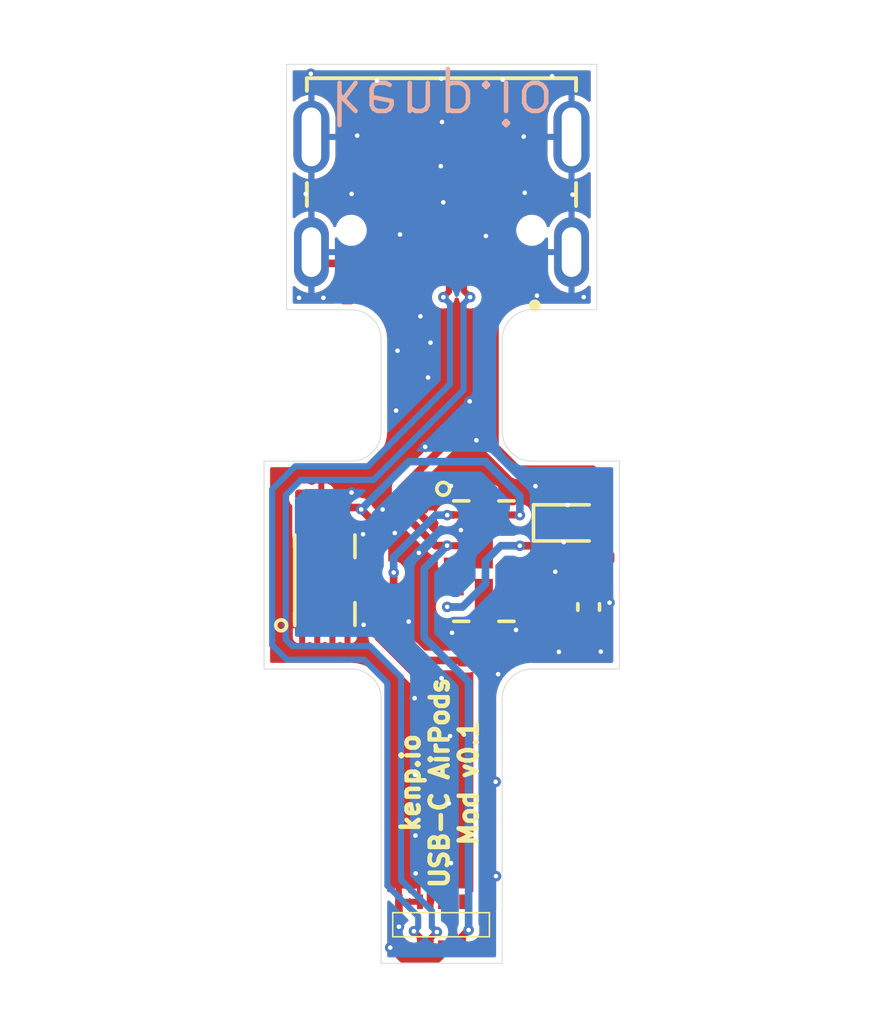
<source format=kicad_pcb>
(kicad_pcb (version 20211014) (generator pcbnew)
  (layers (0 "F.Cu" signal) (31 "B.Cu" signal) (34 "B.Paste" user) (35 "F.Paste" user) (36 "B.SilkS" user "B.Silkscreen") (37 "F.SilkS" user "F.Silkscreen") (38 "B.Mask" user) (39 "F.Mask" user) (44 "Edge.Cuts" user))
  (net 0 "")
  (net 1 "Net-(C1-Pad2)")
  (net 2 "GND")
  (net 3 "Net-(C2-Pad1)")
  (net 4 "VCC")
  (net 5 "CC")
  (net 6 "Net-(CC3-Pad1)")
  (net 7 "D-")
  (net 8 "D+")
  (net 9 "/PWR")
  (net 10 "Net-(R2-Pad1)")
  (net 11 "Net-(R3-Pad2)")
  (net 16 "Net-(U1-Pad14)")
  (footprint "Capacitor_SMD:C_0201_0603Metric" (layer "F.Cu") (at 151.384 95.377 180)
    (fp_text reference "C1" hide)
    (fp_text value "1 uF")
    (pad "1" smd roundrect (at -0.32 0 180) (size 0.46 0.4) (layers "F.Cu" "F.Mask") (net 2 "GND"))
    (pad "2" smd roundrect (at 0.32 0 180) (size 0.46 0.4) (layers "F.Cu" "F.Mask") (net 1 "Net-(C1-Pad2)"))
  )
  (footprint "Capacitor_SMD:C_0201_0603Metric" (layer "F.Cu") (at 142.69163 95.615433)
    (fp_text reference "C2" hide)
    (fp_text value "10 nF")
    (pad "1" smd roundrect (at -0.32 0) (size 0.46 0.4) (layers "F.Cu" "F.Mask") (net 3 "Net-(C2-Pad1)"))
    (pad "2" smd roundrect (at 0.32 0) (size 0.46 0.4) (layers "F.Cu" "F.Mask") (net 2 "GND"))
  )
  (footprint "Capacitor_SMD:C_0402_1005Metric" (layer "F.Cu") (at 151.892 99.314 90)
    (fp_text reference "C3" hide)
    (fp_text value "330 nF")
    (fp_line (start -0.107836 -0.36) (end 0.107836 -0.36) (layer "F.SilkS") (width 0.12))
    (fp_line (start -0.107836 0.36) (end 0.107836 0.36) (layer "F.SilkS") (width 0.12))
    (pad "1" smd roundrect (at -0.48 0 90) (size 0.56 0.62) (layers "F.Cu" "F.Paste" "F.Mask") (net 2 "GND"))
    (pad "2" smd roundrect (at 0.48 0 90) (size 0.56 0.62) (layers "F.Cu" "F.Paste" "F.Mask") (net 4 "VCC"))
  )
  (footprint "Diode_SMD:D_SOD-523" (layer "F.Cu") (at 151.209391 96.522046)
    (fp_text reference "D1" hide)
    (fp_text value "D")
    (fp_line (start 0.7 0.6) (end -1.15 0.6) (layer "F.SilkS") (width 0.12))
    (fp_line (start 0.7 -0.6) (end -1.15 -0.6) (layer "F.SilkS") (width 0.12))
    (fp_line (start -1.15 -0.6) (end -1.15 0.6) (layer "F.SilkS") (width 0.12))
    (pad "1" smd rect (at -0.7 0 180) (size 0.6 0.7) (layers "F.Cu" "F.Paste" "F.Mask") (net 1 "Net-(C1-Pad2)"))
    (pad "2" smd rect (at 0.7 0 180) (size 0.6 0.7) (layers "F.Cu" "F.Paste" "F.Mask") (net 2 "GND"))
  )
  (footprint "Resistor_SMD:R_0201_0603Metric" (layer "F.Cu") (at 150.749 99.134639 90)
    (fp_text reference "R1" hide)
    (fp_text value "150")
    (pad "1" smd roundrect (at -0.32 0 90) (size 0.46 0.4) (layers "F.Cu" "F.Mask") (net 9 "/PWR"))
    (pad "2" smd roundrect (at 0.32 0 90) (size 0.46 0.4) (layers "F.Cu" "F.Mask") (net 4 "VCC"))
  )
  (footprint "Resistor_SMD:R_0201_0603Metric" (layer "F.Cu") (at 152.196883 97.677584)
    (fp_text reference "R2" hide)
    (fp_text value "100k")
    (pad "1" smd roundrect (at -0.32 0) (size 0.46 0.4) (layers "F.Cu" "F.Mask") (net 10 "Net-(R2-Pad1)"))
    (pad "2" smd roundrect (at 0.32 0) (size 0.46 0.4) (layers "F.Cu" "F.Mask") (net 4 "VCC"))
  )
  (footprint "Resistor_SMD:R_0201_0603Metric" (layer "F.Cu") (at 148.082 101.092 180)
    (fp_text reference "R3" hide)
    (fp_text value "1k")
    (pad "1" smd roundrect (at -0.32 0 180) (size 0.46 0.4) (layers "F.Cu" "F.Mask") (net 9 "/PWR"))
    (pad "2" smd roundrect (at 0.32 0 180) (size 0.46 0.4) (layers "F.Cu" "F.Mask") (net 11 "Net-(R3-Pad2)"))
  )
  (footprint "Resistor_SMD:R_0201_0603Metric" (layer "F.Cu") (at 146.003091 96.012)
    (fp_text reference "R4" hide)
    (fp_text value "5.1k")
    (pad "1" smd roundrect (at -0.32 0) (size 0.46 0.4) (layers "F.Cu" "F.Mask") (net 5 "CC"))
    (pad "2" smd roundrect (at 0.32 0) (size 0.46 0.4) (layers "F.Cu" "F.Mask") (net 2 "GND"))
  )
  (footprint "Resistor_SMD:R_0201_0603Metric" (layer "F.Cu") (at 144.1958 89.0651)
    (fp_text reference "R5" hide)
    (fp_text value "5.1k")
    (pad "1" smd roundrect (at -0.32 0) (size 0.46 0.4) (layers "F.Cu" "F.Mask") (net 2 "GND"))
    (pad "2" smd roundrect (at 0.32 0) (size 0.46 0.4) (layers "F.Cu" "F.Mask") (net 6 "Net-(CC3-Pad1)"))
  )
  (footprint "flosspods_1_2_flex:AS3616Afake" (layer "F.Cu") (at 148.410914 97.791982 90)
    (fp_text reference "U1" hide)
    (fp_text value "AS3616Afake")
    (fp_line (start -2 0.5) (end -2 1) (layer "F.SilkS") (width 0.12))
    (fp_line (start 2 -1) (end 2 -0.5) (layer "F.SilkS") (width 0.12))
    (fp_line (start 2 0.5) (end 2 1) (layer "F.SilkS") (width 0.12))
    (fp_line (start -2 -1) (end -2 -0.5) (layer "F.SilkS") (width 0.12))
    (fp_circle (center 2.4 -1.35) (end 2.55 -1.2) (layer "F.SilkS") (width 0.12) (fill none))
    (pad "1" smd rect (at 1.533 -1 90) (size 0.235 0.66) (layers "F.Cu" "F.Paste" "F.Mask") (net 11 "Net-(R3-Pad2)"))
    (pad "2" smd rect (at 1.022 -1 90) (size 0.235 0.66) (layers "F.Cu" "F.Paste" "F.Mask") (net 2 "GND"))
    (pad "3" smd rect (at 0.511 -1 90) (size 0.235 0.66) (layers "F.Cu" "F.Paste" "F.Mask") (net 5 "CC"))
    (pad "4" smd rect (at 0 -1 90) (size 0.235 0.66) (layers "F.Cu" "F.Paste" "F.Mask"))
    (pad "5" smd rect (at -0.511 -1 90) (size 0.235 0.66) (layers "F.Cu" "F.Paste" "F.Mask"))
    (pad "6" smd rect (at -1.022 -1 90) (size 0.235 0.66) (layers "F.Cu" "F.Paste" "F.Mask"))
    (pad "7" smd rect (at -1.533 -1 90) (size 0.235 0.66) (layers "F.Cu" "F.Paste" "F.Mask") (net 10 "Net-(R2-Pad1)"))
    (pad "8" smd rect (at -1.533 1 90) (size 0.235 0.66) (layers "F.Cu" "F.Paste" "F.Mask") (net 4 "VCC"))
    (pad "9" smd rect (at -1.022 1 90) (size 0.235 0.66) (layers "F.Cu" "F.Paste" "F.Mask") (net 4 "VCC"))
    (pad "10" smd rect (at -0.511 1 90) (size 0.235 0.66) (layers "F.Cu" "F.Paste" "F.Mask") (net 4 "VCC"))
    (pad "11" smd rect (at 0 1 90) (size 0.235 0.66) (layers "F.Cu" "F.Paste" "F.Mask"))
    (pad "12" smd rect (at 0.511 1 90) (size 0.235 0.66) (layers "F.Cu" "F.Paste" "F.Mask") (net 10 "Net-(R2-Pad1)"))
    (pad "13" smd rect (at 1.022 1 90) (size 0.235 0.66) (layers "F.Cu" "F.Paste" "F.Mask") (net 1 "Net-(C1-Pad2)"))
    (pad "14" smd rect (at 1.533 1 90) (size 0.235 0.66) (layers "F.Cu" "F.Paste" "F.Mask") (net 16 "Net-(U1-Pad14)"))
    (pad "F1" smd rect (at 1.048 0 90) (size 2.584 0.6) (layers "F.Cu" "F.Paste" "F.Mask"))
    (pad "F2" smd rect (at -1.465 0 90) (size 1.75 0.6) (layers "F.Cu" "F.Paste" "F.Mask") (net 9 "/PWR"))
  )
  (footprint "flosspods_1_2_flex:flosspods_1_2_LightningMainBoard" (layer "F.Cu") (at 146.9898 109.8677 180)
    (fp_text reference "U2" hide)
    (fp_text value "flosspods_1_2_LightningMainBoard")
    (fp_line (start -1.605 0.4) (end -1.605 -0.4) (layer "F.SilkS") (width 0.05))
    (fp_line (start 1.605 0.4) (end -1.605 0.4) (layer "F.SilkS") (width 0.05))
    (fp_line (start 1.605 0.4) (end 1.605 -0.4) (layer "F.SilkS") (width 0.05))
    (fp_line (start 1.605 -0.4) (end -1.605 -0.4) (layer "F.SilkS") (width 0.05))
    (pad "1" smd rect (at -1.4 0.762 180) (size 0.25 0.485) (layers "F.Cu" "F.Paste" "F.Mask") (net 9 "/PWR"))
    (pad "2" smd rect (at -0.7 0.762) (size 0.2 0.485) (layers "F.Cu" "F.Paste" "F.Mask"))
    (pad "3" smd rect (at -0.35 0.762 180) (size 0.2 0.485) (layers "F.Cu" "F.Paste" "F.Mask") (net 2 "GND"))
    (pad "4" smd rect (at 0 0.762 180) (size 0.2 0.485) (layers "F.Cu" "F.Paste" "F.Mask") (net 2 "GND"))
    (pad "5" smd rect (at 0.35 0.762 180) (size 0.2 0.485) (layers "F.Cu" "F.Paste" "F.Mask") (net 16 "Net-(U1-Pad14)"))
    (pad "6" smd rect (at 0.7 0.762 180) (size 0.2 0.485) (layers "F.Cu" "F.Paste" "F.Mask") (net 2 "GND"))
    (pad "7" smd rect (at 1.4 0.762 180) (size 0.25 0.485) (layers "F.Cu" "F.Paste" "F.Mask") (net 2 "GND"))
    (pad "8" smd rect (at 1.4 -0.762 180) (size 0.25 0.485) (layers "F.Cu" "F.Paste" "F.Mask") (net 2 "GND"))
    (pad "9" smd rect (at 0.7 -0.762 180) (size 0.2 0.485) (layers "F.Cu" "F.Paste" "F.Mask") (net 8 "D+"))
    (pad "10" smd rect (at 0.35 -0.762 180) (size 0.2 0.485) (layers "F.Cu" "F.Paste" "F.Mask") (net 7 "D-"))
    (pad "11" smd rect (at 0 -0.762 180) (size 0.2 0.485) (layers "F.Cu" "F.Paste" "F.Mask") (net 2 "GND"))
    (pad "12" smd rect (at -0.35 -0.762 180) (size 0.2 0.485) (layers "F.Cu" "F.Paste" "F.Mask"))
    (pad "13" smd rect (at -0.7 -0.762 180) (size 0.2 0.485) (layers "F.Cu" "F.Paste" "F.Mask") (net 5 "CC"))
    (pad "14" smd rect (at -1.4 -0.762 180) (size 0.25 0.485) (layers "F.Cu" "F.Paste" "F.Mask") (net 9 "/PWR"))
  )
  (footprint "flosspods_1_2_flex:PD006" (layer "F.Cu") (at 143.129 98.425 90)
    (fp_text reference "U3" hide)
    (fp_text value "PD006")
    (fp_line (start -1.5 1) (end -0.75 1) (layer "F.SilkS") (width 0.12))
    (fp_line (start -1.5 -1) (end 1.5 -1) (layer "F.SilkS") (width 0.12))
    (fp_line (start 0.75 1) (end 1.5 1) (layer "F.SilkS") (width 0.12))
    (fp_circle (center -1.5 -1.45) (end -1.35 -1.35) (layer "F.SilkS") (width 0.12) (fill none))
    (pad "1" smd rect (at -1.5 -0.753 90) (size 0.78 0.22) (layers "F.Cu" "F.Paste" "F.Mask") (net 2 "GND"))
    (pad "2" smd rect (at -1.5 -0.251 90) (size 0.78 0.22) (layers "F.Cu" "F.Paste" "F.Mask") (net 2 "GND"))
    (pad "3" smd rect (at -1.5 0.252 90) (size 0.78 0.22) (layers "F.Cu" "F.Paste" "F.Mask") (net 2 "GND"))
    (pad "4" smd rect (at -1.5 0.753 90) (size 0.78 0.22) (layers "F.Cu" "F.Paste" "F.Mask") (net 2 "GND"))
    (pad "5" smd rect (at 1.5 0.753 90) (size 0.78 0.22) (layers "F.Cu" "F.Paste" "F.Mask") (net 2 "GND"))
    (pad "6" smd rect (at 1.5 0.251 90) (size 0.78 0.22) (layers "F.Cu" "F.Paste" "F.Mask") (net 16 "Net-(U1-Pad14)"))
    (pad "7" smd rect (at 1.5 -0.251 90) (size 0.78 0.22) (layers "F.Cu" "F.Paste" "F.Mask"))
    (pad "8" smd rect (at 1.5 -0.753 90) (size 0.78 0.22) (layers "F.Cu" "F.Paste" "F.Mask") (net 3 "Net-(C2-Pad1)"))
    (pad "F1" smd rect (at 0 0.3 90) (size 0.7 2.1) (layers "F.Cu" "F.Paste" "F.Mask"))
  )
  (footprint "flosspods_1_2_flex:JAE_DX07S016JA1R1500" (layer "F.Cu") (at 147.0025 86.8045 180)
    (fp_text reference "U4" hide)
    (fp_text value "JAE_DX07S016JA1R1500")
    (fp_line (start 4.47 4.63) (end 4.47 5.05) (layer "F.SilkS") (width 0.127))
    (fp_line (start 4.47 0.805) (end 4.47 1.57) (layer "F.SilkS") (width 0.127))
    (fp_line (start -4.47 5.05) (end -4.47 4.63) (layer "F.SilkS") (width 0.127))
    (fp_line (start 4.47 5.05) (end -4.47 5.05) (layer "F.SilkS") (width 0.127))
    (fp_line (start -4.47 0.805) (end -4.47 1.57) (layer "F.SilkS") (width 0.127))
    (fp_circle (center -3.1 -2.5) (end -3 -2.5) (layer "F.SilkS") (width 0.2) (fill none))
    (pad "" np_thru_hole circle (at 3 0 180) (size 0.63 0.63) (drill 0.63) (layers *.Cu *.Mask))
    (pad "" np_thru_hole circle (at -3 0 180) (size 0.63 0.63) (drill 0.63) (layers *.Cu *.Mask))
    (pad "1" smd rect (at -3.1 -1.1 180) (size 0.52 1) (layers "F.Cu" "F.Paste" "F.Mask") (net 2 "GND"))
    (pad "2" smd rect (at -2.35 -1.1 180) (size 0.52 1) (layers "F.Cu" "F.Paste" "F.Mask") (net 4 "VCC"))
    (pad "3" smd rect (at -1.75 -1.1 180) (size 0.27 1) (layers "F.Cu" "F.Paste" "F.Mask") (net 5 "CC"))
    (pad "4" smd rect (at -1.25 -1.1 180) (size 0.27 1) (layers "F.Cu" "F.Paste" "F.Mask"))
    (pad "5" smd rect (at -0.75 -1.1 180) (size 0.27 1) (layers "F.Cu" "F.Paste" "F.Mask") (net 7 "D-"))
    (pad "6" smd rect (at -0.25 -1.1 180) (size 0.27 1) (layers "F.Cu" "F.Paste" "F.Mask") (net 8 "D+"))
    (pad "7" smd rect (at 0.25 -1.1 180) (size 0.27 1) (layers "F.Cu" "F.Paste" "F.Mask") (net 8 "D+"))
    (pad "8" smd rect (at 0.75 -1.1 180) (size 0.27 1) (layers "F.Cu" "F.Paste" "F.Mask") (net 7 "D-"))
    (pad "9" smd rect (at 1.25 -1.1 180) (size 0.27 1) (layers "F.Cu" "F.Paste" "F.Mask") (net 6 "Net-(CC3-Pad1)"))
    (pad "10" smd rect (at 1.75 -1.1 180) (size 0.27 1) (layers "F.Cu" "F.Paste" "F.Mask"))
    (pad "11" smd rect (at 2.35 -1.1 180) (size 0.52 1) (layers "F.Cu" "F.Paste" "F.Mask") (net 4 "VCC"))
    (pad "12" smd rect (at 3.1 -1.1 180) (size 0.52 1) (layers "F.Cu" "F.Paste" "F.Mask") (net 2 "GND"))
    (pad "S1" smd rect (at -1.4 3.1 180) (size 1 2) (layers "F.Cu" "F.Paste" "F.Mask") (net 2 "GND"))
    (pad "S2" smd rect (at 1.4 3.1 180) (size 1 2) (layers "F.Cu" "F.Paste" "F.Mask") (net 2 "GND"))
    (pad "S3" thru_hole oval (at -4.32 -0.725 180) (size 1.158 2.316) (drill oval 0.65 1.65) (layers *.Cu *.Mask) (net 2 "GND"))
    (pad "S4" thru_hole oval (at 4.32 -0.725 180) (size 1.158 2.316) (drill oval 0.65 1.65) (layers *.Cu *.Mask) (net 2 "GND"))
    (pad "S5" thru_hole oval (at -4.32 3.1 180) (size 1.2 2.4) (drill oval 0.65 1.95) (layers *.Cu *.Mask) (net 2 "GND"))
    (pad "S6" thru_hole oval (at 4.32 3.1 180) (size 1.2 2.4) (drill oval 0.65 1.95) (layers *.Cu *.Mask) (net 2 "GND"))
  )
  (gr_line (start 152.909 94.4727) (end 152.909 101.3727) (layer "Edge.Cuts") (width 0.0254))
  (gr_line (start 144.999001 102.3727) (end 144.999001 111.1527) (layer "Edge.Cuts") (width 0.0254))
  (gr_line (start 141.109 101.3727) (end 143.999 101.3727) (layer "Edge.Cuts") (width 0.0254))
  (gr_arc (start 143.999 89.4427) (mid 144.706107 89.735593) (end 144.999 90.4427) (layer "Edge.Cuts") (width 0.0254))
  (gr_line (start 150.019 101.3727) (end 152.909 101.3727) (layer "Edge.Cuts") (width 0.0254))
  (gr_arc (start 143.999 101.3727) (mid 144.706107 101.665593) (end 144.999 102.3727) (layer "Edge.Cuts") (width 0.0254))
  (gr_line (start 144.999001 111.1527) (end 149.019 111.1527) (layer "Edge.Cuts") (width 0.0254))
  (gr_line (start 150.019 89.4427) (end 152.159 89.4427) (layer "Edge.Cuts") (width 0.0254))
  (gr_line (start 141.859 81.2927) (end 141.859 89.4427) (layer "Edge.Cuts") (width 0.0254))
  (gr_arc (start 149.019001 102.3727) (mid 149.311894 101.665594) (end 150.019 101.372701) (layer "Edge.Cuts") (width 0.0254))
  (gr_arc (start 150.019 94.4727) (mid 149.311893 94.179807) (end 149.019 93.4727) (layer "Edge.Cuts") (width 0.0254))
  (gr_arc (start 144.999001 93.4727) (mid 144.706107 94.179807) (end 143.999 94.472701) (layer "Edge.Cuts") (width 0.0254))
  (gr_line (start 149.019 102.3727) (end 149.019 111.1527) (layer "Edge.Cuts") (width 0.0254))
  (gr_line (start 141.109 94.4727) (end 143.999 94.4727) (layer "Edge.Cuts") (width 0.0254))
  (gr_line (start 152.159 81.2927) (end 152.159 89.4427) (layer "Edge.Cuts") (width 0.0254))
  (gr_line (start 141.109 94.4727) (end 141.109 101.3727) (layer "Edge.Cuts") (width 0.0254))
  (gr_line (start 144.999001 90.4427) (end 144.999001 93.4727) (layer "Edge.Cuts") (width 0.0254))
  (gr_line (start 141.859 81.2927) (end 152.159 81.2927) (layer "Edge.Cuts") (width 0.0254))
  (gr_line (start 149.019 90.4427) (end 149.019 93.4727) (layer "Edge.Cuts") (width 0.0254))
  (gr_arc (start 149.019 90.4427) (mid 149.311893 89.735593) (end 150.019 89.4427) (layer "Edge.Cuts") (width 0.0254))
  (gr_line (start 150.019 94.4727) (end 152.909 94.4727) (layer "Edge.Cuts") (width 0.0254))
  (gr_line (start 141.859 89.4427) (end 143.999 89.4427) (layer "Edge.Cuts") (width 0.0254))
  (gr_text "kenp.io" (at 147.0152 82.55 180) (layer "B.SilkS") (effects (font (size 1.4 1.4)) (justify mirror)))
  (gr_text "kenp.io\nUSB-C AirPods\nMod v0.1" (at 146.939 105.156 90) (layer "F.SilkS") (effects (font (size 0.6 0.6))))
  (segment (start 149.410914 96.769982) (end 150.261455 96.769982) (width 0.254) (layer "F.Cu") (net 1))
  (segment (start 150.261455 96.769982) (end 150.509391 96.522046) (width 0.254) (layer "F.Cu") (net 1))
  (segment (start 150.509391 95.931609) (end 151.064 95.377) (width 0.254) (layer "F.Cu") (net 1))
  (segment (start 150.509391 96.522046) (end 150.509391 95.931609) (width 0.254) (layer "F.Cu") (net 1))
  (segment (start 145.694311 111.023311) (end 145.5898 110.9188) (width 0.2032) (layer "F.Cu") (net 2))
  (segment (start 143.9025 87.9045) (end 143.0575 87.9045) (width 0.254) (layer "F.Cu") (net 2))
  (segment (start 143.0575 87.9045) (end 142.6825 87.5295) (width 0.254) (layer "F.Cu") (net 2))
  (segment (start 146.323091 96.266159) (end 146.323091 96.012) (width 0.254) (layer "F.Cu") (net 2))
  (segment (start 145.5898 110.9188) (end 145.5898 110.6297) (width 0.2032) (layer "F.Cu") (net 2))
  (segment (start 145.5898 110.6297) (end 145.5898 109.9342) (width 0.254) (layer "F.Cu") (net 2))
  (segment (start 145.5898 110.6297) (end 145.3007 110.6297) (width 0.254) (layer "F.Cu") (net 2))
  (segment (start 146.9898 110.6297) (end 146.9898 110.924422) (width 0.2032) (layer "F.Cu") (net 2))
  (segment (start 147.410914 96.769982) (end 146.826914 96.769982) (width 0.254) (layer "F.Cu") (net 2))
  (segment (start 145.5898 109.9342) (end 145.5898 109.1057) (width 0.254) (layer "F.Cu") (net 2))
  (segment (start 146.9898 110.924422) (end 146.890911 111.023311) (width 0.2032) (layer "F.Cu") (net 2))
  (segment (start 146.826914 96.769982) (end 146.323091 96.266159) (width 0.254) (layer "F.Cu") (net 2))
  (segment (start 146.890911 111.023311) (end 145.694311 111.023311) (width 0.2032) (layer "F.Cu") (net 2))
  (via (at 146.252751 97.518412) (size 0.35) (drill 0.15) (layers "F.Cu" "B.Cu") (net 2))
  (via (at 146.980426 84.676517) (size 0.35) (drill 0.15) (layers "F.Cu" "B.Cu") (net 2))
  (via (at 148.884535 101.547907) (size 0.35) (drill 0.15) (layers "F.Cu" "B.Cu") (net 2))
  (via (at 147.32 107.823) (size 0.35) (drill 0.15) (layers "F.Cu" "B.Cu") (net 2))
  (via (at 144.399 96.901) (size 0.35) (drill 0.15) (layers "F.Cu" "B.Cu") (net 2))
  (via (at 149.03566 81.802639) (size 0.35) (drill 0.15) (layers "F.Cu" "B.Cu") (net 2))
  (via (at 150.677876 81.689737) (size 0.35) (drill 0.15) (layers "F.Cu" "B.Cu") (net 2))
  (via (at 145.496198 92.792173) (size 0.35) (drill 0.15) (layers "F.Cu" "B.Cu") (net 2))
  (via (at 145.45181 96.857999) (size 0.35) (drill 0.15) (layers "F.Cu" "B.Cu") (net 2))
  (via (at 146.304 89.662) (size 0.35) (drill 0.15) (layers "F.Cu" "B.Cu") (net 2))
  (via (at 147.248968 105.838214) (size 0.35) (drill 0.15) (layers "F.Cu" "B.Cu") (net 2))
  (via (at 142.494 85.598) (size 0.35) (drill 0.15) (layers "F.Cu" "B.Cu") (net 2))
  (via (at 151.727214 89.024343) (size 0.35) (drill 0.15) (layers "F.Cu" "B.Cu") (net 2))
  (via (at 144.015111 95.514016) (size 0.35) (drill 0.15) (layers "F.Cu" "B.Cu") (net 2))
  (via (at 152.294787 100.7978) (size 0.35) (drill 0.15) (layers "F.Cu" "B.Cu") (net 2))
  (via (at 147.353196 100.173512) (size 0.35) (drill 0.15) (layers "F.Cu" "B.Cu") (net 2))
  (via (at 143.08112 89.048593) (size 0.35) (drill 0.15) (layers "F.Cu" "B.Cu") (net 2))
  (via (at 149.479 100.076) (size 0.35) (drill 0.15) (layers "F.Cu" "B.Cu") (net 2))
  (via (at 147.062537 85.877388) (size 0.35) (drill 0.15) (layers "F.Cu" "B.Cu") (net 2))
  (via (at 147.941069 92.486023) (size 0.35) (drill 0.15) (layers "F.Cu" "B.Cu") (net 2))
  (via (at 151.063949 97.161866) (size 0.35) (drill 0.15) (layers "F.Cu" "B.Cu") (net 2))
  (via (at 142.269927 89.048593) (size 0.35) (drill 0.15) (layers "F.Cu" "B.Cu") (net 2))
  (via (at 147.289597 103.603623) (size 0.35) (drill 0.15) (layers "F.Cu" "B.Cu") (net 2))
  (via (at 148.813398 108.25557) (size 0.35) (drill 0.15) (layers "F.Cu" "B.Cu") (net 2))
  (via (at 147.021482 83.208787) (size 0.35) (drill 0.15) (layers "F.Cu" "B.Cu") (net 2))
  (via (at 145.048584 96.076749) (size 0.35) (drill 0.15) (layers "F.Cu" "B.Cu") (net 2))
  (via (at 147.005194 101.68052) (size 0.35) (drill 0.15) (layers "F.Cu" "B.Cu") (net 2))
  (via (at 151.194453 95.929231) (size 0.35) (drill 0.15) (layers "F.Cu" "B.Cu") (net 2))
  (via (at 149.733 83.693) (size 0.35) (drill 0.15) (layers "F.Cu" "B.Cu") (net 2))
  (via (at 150.125177 95.302609) (size 0.35) (drill 0.15) (layers "F.Cu" "B.Cu") (net 2))
  (via (at 152.585757 99.17281) (size 0.35) (drill 0.15) (layers "F.Cu" "B.Cu") (net 2))
  (via (at 150.783537 98.144577) (size 0.35) (drill 0.15) (layers "F.Cu" "B.Cu") (net 2))
  (via (at 146.461785 93.99656) (size 0.35) (drill 0.15) (layers "F.Cu" "B.Cu") (net 2))
  (via (at 144.860326 81.833431) (size 0.35) (drill 0.15) (layers "F.Cu" "B.Cu") (net 2))
  (via (at 150.902795 100.806236) (size 0.35) (drill 0.15) (layers "F.Cu" "B.Cu") (net 2))
  (via (at 148.478949 86.996147) (size 0.35) (drill 0.15) (layers "F.Cu" "B.Cu") (net 2))
  (via (at 146.137652 106.906692) (size 0.35) (drill 0.15) (layers "F.Cu" "B.Cu") (net 2))
  (via (at 144.203439 83.660396) (size 0.35) (drill 0.15) (layers "F.Cu" "B.Cu") (net 2))
  (via (at 147.314908 95.294563) (size 0.35) (drill 0.15) (layers "F.Cu" "B.Cu") (net 2))
  (via (at 149.76932 85.559208) (size 0.35) (drill 0.15) (layers "F.Cu" "B.Cu") (net 2))
  (via (at 147.648053 96.762238) (size 0.35) (drill 0.15) (layers "F.Cu" "B.Cu") (net 2))
  (via (at 144.018 85.598) (size 0.35) (drill 0.15) (layers "F.Cu" "B.Cu") (net 2))
  (via (at 142.663862 81.607626) (size 0.35) (drill 0.15) (layers "F.Cu" "B.Cu") (net 2))
  (via (at 144.417101 99.905909) (size 0.35) (drill 0.15) (layers "F.Cu" "B.Cu") (net 2))
  (via (at 147.000954 81.771848) (size 0.35) (drill 0.15) (layers "F.Cu" "B.Cu") (net 2))
  (via (at 145.5898 109.9342) (size 0.35) (drill 0.15) (layers "F.Cu" "B.Cu") (net 2))
  (via (at 146.558 91.694) (size 0.35) (drill 0.15) (layers "F.Cu" "B.Cu") (net 2))
  (via (at 146.639093 90.537252) (size 0.35) (drill 0.15) (layers "F.Cu" "B.Cu") (net 2))
  (via (at 145.3007 110.6297) (size 0.35) (drill 0.15) (layers "F.Cu" "B.Cu") (net 2))
  (via (at 146.124901 104.890205) (size 0.35) (drill 0.15) (layers "F.Cu" "B.Cu") (net 2))
  (via (at 145.625598 86.944828) (size 0.35) (drill 0.15) (layers "F.Cu" "B.Cu") (net 2))
  (via (at 145.912797 99.799889) (size 0.35) (drill 0.15) (layers "F.Cu" "B.Cu") (net 2))
  (via (at 146.111358 102.344126) (size 0.35) (drill 0.15) (layers "F.Cu" "B.Cu") (net 2))
  (via (at 146.144151 108.164547) (size 0.35) (drill 0.15) (layers "F.Cu" "B.Cu") (net 2))
  (via (at 148.163709 93.780931) (size 0.35) (drill 0.15) (layers "F.Cu" "B.Cu") (net 2))
  (via (at 145.542 90.805) (size 0.35) (drill 0.15) (layers "F.Cu" "B.Cu") (net 2))
  (via (at 148.802805 105.121124) (size 0.35) (drill 0.15) (layers "F.Cu" "B.Cu") (net 2))
  (via (at 150.175249 88.975844) (size 0.35) (drill 0.15) (layers "F.Cu" "B.Cu") (net 2))
  (via (at 151.355865 85.620792) (size 0.35) (drill 0.15) (layers "F.Cu" "B.Cu") (net 2))
  (segment (start 142.376 96.925) (end 142.376 95.619803) (width 0.254) (layer "F.Cu") (net 3))
  (segment (start 142.376 95.619803) (end 142.37163 95.615433) (width 0.254) (layer "F.Cu") (net 3))
  (segment (start 144.6525 87.1505) (end 146.3447 85.4583) (width 0.254) (layer "F.Cu") (net 4))
  (segment (start 152.516883 98.209117) (end 151.892 98.834) (width 0.254) (layer "F.Cu") (net 4))
  (segment (start 149.3525 88.8233) (end 148.77929 89.39651) (width 0.254) (layer "F.Cu") (net 4))
  (segment (start 150.768361 98.834) (end 150.749 98.814639) (width 0.254) (layer "F.Cu") (net 4))
  (segment (start 144.6525 87.9045) (end 144.6525 87.1505) (width 0.254) (layer "F.Cu") (net 4))
  (segment (start 148.77929 93.9891) (end 149.53219 94.742) (width 0.254) (layer "F.Cu") (net 4))
  (segment (start 149.3525 87.1505) (end 149.3525 87.9045) (width 0.254) (layer "F.Cu") (net 4))
  (segment (start 152.516883 95.239883) (end 152.019 94.742) (width 0.254) (layer "F.Cu") (net 4))
  (segment (start 152.516883 97.677584) (end 152.516883 98.209117) (width 0.254) (layer "F.Cu") (net 4))
  (segment (start 149.3525 87.9045) (end 149.3525 88.8233) (width 0.254) (layer "F.Cu") (net 4))
  (segment (start 152.516883 97.677584) (end 152.516883 95.239883) (width 0.254) (layer "F.Cu") (net 4))
  (segment (start 146.3447 85.4583) (end 147.6603 85.4583) (width 0.254) (layer "F.Cu") (net 4))
  (segment (start 150.868018 98.813982) (end 149.410914 98.813982) (width 0.254) (layer "F.Cu") (net 4))
  (segment (start 149.410914 98.302982) (end 149.410914 99.324982) (width 0.254) (layer "F.Cu") (net 4))
  (segment (start 147.6603 85.4583) (end 149.3525 87.1505) (width 0.254) (layer "F.Cu") (net 4))
  (segment (start 151.892 98.834) (end 150.768361 98.834) (width 0.254) (layer "F.Cu") (net 4))
  (segment (start 148.77929 89.39651) (end 148.77929 93.9891) (width 0.254) (layer "F.Cu") (net 4))
  (segment (start 152.019 94.742) (end 149.53219 94.742) (width 0.254) (layer "F.Cu") (net 4))
  (segment (start 145.683091 96.012) (end 145.683091 96.153091) (width 0.254) (layer "F.Cu") (net 5))
  (segment (start 145.683091 96.153091) (end 146.809 97.279) (width 0.254) (layer "F.Cu") (net 5))
  (segment (start 145.683091 95.362909) (end 145.683091 96.012) (width 0.254) (layer "F.Cu") (net 5))
  (segment (start 145.683091 95.362909) (end 148.42528 92.62072) (width 0.254) (layer "F.Cu") (net 5))
  (segment (start 147.6898 110.2599) (end 147.9042 110.0455) (width 0.254) (layer "F.Cu") (net 5))
  (segment (start 148.42528 92.62072) (end 148.42528 89.249875) (width 0.254) (layer "F.Cu") (net 5))
  (segment (start 148.7525 88.922656) (end 148.42528 89.249875) (width 0.254) (layer "F.Cu") (net 5))
  (segment (start 147.6898 110.6297) (end 147.6898 110.2599) (width 0.254) (layer "F.Cu") (net 5))
  (segment (start 146.809 97.279) (end 147.19 97.279) (width 0.254) (layer "F.Cu") (net 5))
  (segment (start 148.7525 87.9045) (end 148.7525 88.922656) (width 0.254) (layer "F.Cu") (net 5))
  (via (at 147.9042 110.0455) (size 0.35) (drill 0.15) (layers "F.Cu" "B.Cu") (net 5))
  (via (at 147.19 97.279) (size 0.35) (drill 0.15) (layers "F.Cu" "B.Cu") (net 5))
  (segment (start 147.9042 110.0455) (end 147.9042 101.8032) (width 0.254) (layer "B.Cu") (net 5))
  (segment (start 146.431 98.038) (end 147.19 97.279) (width 0.254) (layer "B.Cu") (net 5))
  (segment (start 146.431 100.33) (end 146.431 98.038) (width 0.254) (layer "B.Cu") (net 5))
  (segment (start 147.9042 101.8032) (end 146.431 100.33) (width 0.254) (layer "B.Cu") (net 5))
  (segment (start 145.3261 89.0651) (end 144.5158 89.0651) (width 0.254) (layer "F.Cu") (net 6))
  (segment (start 145.7525 87.9045) (end 145.7525 88.6387) (width 0.254) (layer "F.Cu") (net 6))
  (segment (start 145.7525 88.6387) (end 145.3261 89.0651) (width 0.254) (layer "F.Cu") (net 6))
  (segment (start 146.6398 110.319318) (end 146.8501 110.109018) (width 0.2032) (layer "F.Cu") (net 7))
  (segment (start 146.2525 87.9045) (end 146.2525 86.6655) (width 0.2032) (layer "F.Cu") (net 7))
  (segment (start 146.6088 86.3092) (end 147.4343 86.3092) (width 0.2032) (layer "F.Cu") (net 7))
  (segment (start 146.6398 110.6297) (end 146.6398 110.319318) (width 0.2032) (layer "F.Cu") (net 7))
  (segment (start 147.7525 88.8245) (end 147.7525 87.9045) (width 0.2032) (layer "F.Cu") (net 7))
  (segment (start 146.2525 86.6655) (end 146.6088 86.3092) (width 0.2032) (layer "F.Cu") (net 7))
  (segment (start 147.7525 87.9045) (end 147.7525 86.6274) (width 0.2032) (layer "F.Cu") (net 7))
  (segment (start 147.4343 86.3092) (end 147.7525 86.6274) (width 0.2032) (layer "F.Cu") (net 7))
  (segment (start 147.7525 88.8245) (end 147.955 89.027) (width 0.2032) (layer "F.Cu") (net 7))
  (via (at 147.955 89.027) (size 0.35) (drill 0.15) (layers "F.Cu" "B.Cu") (net 7))
  (via (at 146.8501 110.109018) (size 0.35) (drill 0.15) (layers "F.Cu" "B.Cu") (net 7))
  (segment (start 142.051262 100.6114) (end 144.619862 100.6114) (width 0.2032) (layer "B.Cu") (net 7))
  (segment (start 142.333862 95.0956) (end 141.8316 95.597862) (width 0.2032) (layer "B.Cu") (net 7))
  (segment (start 146.682991 109.941909) (end 146.682991 109.405529) (width 0.2032) (layer "B.Cu") (net 7))
  (segment (start 141.8316 100.391738) (end 142.051262 100.6114) (width 0.2032) (layer "B.Cu") (net 7))
  (segment (start 144.746862 95.0956) (end 142.333862 95.0956) (width 0.2032) (layer "B.Cu") (net 7))
  (segment (start 147.955 89.027) (end 147.7371 89.2449) (width 0.2032) (layer "B.Cu") (net 7))
  (segment (start 141.8316 95.597862) (end 141.8316 100.391738) (width 0.2032) (layer "B.Cu") (net 7))
  (segment (start 146.8501 110.109018) (end 146.682991 109.941909) (width 0.2032) (layer "B.Cu") (net 7))
  (segment (start 145.65901 101.650548) (end 145.65901 108.381548) (width 0.2032) (layer "B.Cu") (net 7))
  (segment (start 145.65901 108.381548) (end 146.682991 109.405529) (width 0.2032) (layer "B.Cu") (net 7))
  (segment (start 147.7371 89.2449) (end 147.7371 92.105362) (width 0.2032) (layer "B.Cu") (net 7))
  (segment (start 144.619862 100.6114) (end 145.65901 101.650548) (width 0.2032) (layer "B.Cu") (net 7))
  (segment (start 147.7371 92.105362) (end 144.746862 95.0956) (width 0.2032) (layer "B.Cu") (net 7))
  (segment (start 146.9644 86.7156) (end 147.1803 86.7156) (width 0.2032) (layer "F.Cu") (net 8))
  (segment (start 146.2898 110.6297) (end 146.2898 110.2853) (width 0.2032) (layer "F.Cu") (net 8))
  (segment (start 147.2525 88.8405) (end 147.066 89.027) (width 0.2032) (layer "F.Cu") (net 8))
  (segment (start 146.7525 86.9275) (end 146.9644 86.7156) (width 0.2032) (layer "F.Cu") (net 8))
  (segment (start 147.1803 86.7156) (end 147.2946 86.8299) (width 0.2032) (layer "F.Cu") (net 8))
  (segment (start 147.2525 87.9045) (end 147.2525 88.8405) (width 0.2032) (layer "F.Cu") (net 8))
  (segment (start 147.2946 86.8299) (end 147.2946 87.8624) (width 0.2032) (layer "F.Cu") (net 8))
  (segment (start 146.2898 110.2853) (end 146.0881 110.0836) (width 0.2032) (layer "F.Cu") (net 8))
  (segment (start 146.7525 87.9045) (end 146.7525 86.9275) (width 0.2032) (layer "F.Cu") (net 8))
  (segment (start 147.2946 87.8624) (end 147.2525 87.9045) (width 0.2032) (layer "F.Cu") (net 8))
  (via (at 146.0881 110.0836) (size 0.35) (drill 0.15) (layers "F.Cu" "B.Cu") (net 8))
  (via (at 147.066 89.027) (size 0.35) (drill 0.15) (layers "F.Cu" "B.Cu") (net 8))
  (segment (start 141.3784 95.410138) (end 141.3784 100.579462) (width 0.2032) (layer "B.Cu") (net 8))
  (segment (start 144.432138 101.0646) (end 145.20581 101.838272) (width 0.2032) (layer "B.Cu") (net 8))
  (segment (start 147.2839 89.2449) (end 147.2839 91.917638) (width 0.2032) (layer "B.Cu") (net 8))
  (segment (start 141.3784 100.579462) (end 141.863538 101.0646) (width 0.2032) (layer "B.Cu") (net 8))
  (segment (start 141.863538 101.0646) (end 144.432138 101.0646) (width 0.2032) (layer "B.Cu") (net 8))
  (segment (start 147.2839 91.917638) (end 144.559138 94.6424) (width 0.2032) (layer "B.Cu") (net 8))
  (segment (start 145.20581 101.838272) (end 145.20581 108.569272) (width 0.2032) (layer "B.Cu") (net 8))
  (segment (start 145.20581 108.569272) (end 146.229791 109.593253) (width 0.2032) (layer "B.Cu") (net 8))
  (segment (start 144.559138 94.6424) (end 142.146138 94.6424) (width 0.2032) (layer "B.Cu") (net 8))
  (segment (start 146.229791 109.941909) (end 146.229791 109.593253) (width 0.2032) (layer "B.Cu") (net 8))
  (segment (start 142.146138 94.6424) (end 141.3784 95.410138) (width 0.2032) (layer "B.Cu") (net 8))
  (segment (start 146.0881 110.0836) (end 146.229791 109.941909) (width 0.2032) (layer "B.Cu") (net 8))
  (segment (start 147.066 89.027) (end 147.2839 89.2449) (width 0.2032) (layer "B.Cu") (net 8))
  (segment (start 148.3898 110.6297) (end 148.3898 109.1057) (width 0.254) (layer "F.Cu") (net 9))
  (segment (start 148.3898 109.1057) (end 148.3898 101.1042) (width 0.254) (layer "F.Cu") (net 9))
  (segment (start 148.3898 101.1042) (end 148.402 101.092) (width 0.254) (layer "F.Cu") (net 9))
  (segment (start 150.749 99.822) (end 149.592014 100.978986) (width 0.254) (layer "F.Cu") (net 9))
  (segment (start 150.749 99.822) (end 150.749 99.454639) (width 0.254) (layer "F.Cu") (net 9))
  (segment (start 148.3898 101.0001) (end 148.410914 100.978986) (width 0.254) (layer "F.Cu") (net 9))
  (segment (start 149.592014 100.978986) (end 148.410914 100.978986) (width 0.254) (layer "F.Cu") (net 9))
  (segment (start 148.410914 100.978986) (end 148.410914 99.256982) (width 0.254) (layer "F.Cu") (net 9))
  (segment (start 150.368 97.663) (end 151.826 97.663) (width 0.254) (layer "F.Cu") (net 10))
  (segment (start 149.987 97.282) (end 150.368 97.663) (width 0.254) (layer "F.Cu") (net 10))
  (segment (start 149.606 97.282) (end 149.987 97.282) (width 0.254) (layer "F.Cu") (net 10))
  (via (at 147.193 99.314) (size 0.35) (drill 0.15) (layers "F.Cu" "B.Cu") (net 10))
  (via (at 149.606 97.282) (size 0.35) (drill 0.15) (layers "F.Cu" "B.Cu") (net 10))
  (segment (start 147.701 99.314) (end 148.463 98.552) (width 0.254) (layer "B.Cu") (net 10))
  (segment (start 148.463 97.79) (end 148.971 97.282) (width 0.254) (layer "B.Cu") (net 10))
  (segment (start 148.463 98.552) (end 148.463 97.79) (width 0.254) (layer "B.Cu") (net 10))
  (segment (start 148.971 97.282) (end 149.606 97.282) (width 0.254) (layer "B.Cu") (net 10))
  (segment (start 147.193 99.314) (end 147.701 99.314) (width 0.254) (layer "B.Cu") (net 10))
  (segment (start 147.410914 96.258982) (end 147.200018 96.258982) (width 0.254) (layer "F.Cu") (net 11))
  (segment (start 146.304 101.092) (end 145.415 100.203) (width 0.254) (layer "F.Cu") (net 11))
  (segment (start 147.200018 96.258982) (end 147.193 96.266) (width 0.254) (layer "F.Cu") (net 11))
  (segment (start 145.415 100.203) (end 145.415 98.171) (width 0.254) (layer "F.Cu") (net 11))
  (segment (start 147.762 101.092) (end 146.304 101.092) (width 0.254) (layer "F.Cu") (net 11))
  (via (at 147.193 96.266) (size 0.35) (drill 0.15) (layers "F.Cu" "B.Cu") (net 11))
  (via (at 145.415 98.171) (size 0.35) (drill 0.15) (layers "F.Cu" "B.Cu") (net 11))
  (segment (start 146.812 96.266) (end 145.415 97.663) (width 0.254) (layer "B.Cu") (net 11))
  (segment (start 147.193 96.266) (end 146.812 96.266) (width 0.254) (layer "B.Cu") (net 11))
  (segment (start 145.415 97.663) (end 145.415 98.171) (width 0.254) (layer "B.Cu") (net 11))
  (segment (start 146.6398 109.1057) (end 146.6398 102.0628) (width 0.254) (layer "F.Cu") (net 16))
  (segment (start 143.764 96.012) (end 143.38 96.396) (width 0.254) (layer "F.Cu") (net 16))
  (segment (start 144.907 96.647) (end 144.3355 96.0755) (width 0.254) (layer "F.Cu") (net 16))
  (segment (start 143.38 96.396) (end 143.38 96.925) (width 0.254) (layer "F.Cu") (net 16))
  (segment (start 144.3355 96.0755) (end 144.272 96.012) (width 0.254) (layer "F.Cu") (net 16))
  (segment (start 144.272 96.012) (end 143.764 96.012) (width 0.254) (layer "F.Cu") (net 16))
  (segment (start 146.6398 102.0628) (end 144.907 100.33) (width 0.254) (layer "F.Cu") (net 16))
  (segment (start 144.907 100.33) (end 144.907 96.647) (width 0.254) (layer "F.Cu") (net 16))
  (via (at 149.606 96.266) (size 0.35) (drill 0.15) (layers "F.Cu" "B.Cu") (net 16))
  (via (at 144.3355 96.0755) (size 0.35) (drill 0.15) (layers "F.Cu" "B.Cu") (net 16))
  (segment (start 148.463 94.488) (end 145.923 94.488) (width 0.254) (layer "B.Cu") (net 16))
  (segment (start 149.606 96.266) (end 149.606 95.631) (width 0.254) (layer "B.Cu") (net 16))
  (segment (start 149.606 95.631) (end 148.463 94.488) (width 0.254) (layer "B.Cu") (net 16))
  (segment (start 145.923 94.488) (end 144.3355 96.0755) (width 0.254) (layer "B.Cu") (net 16))
  (zone (net 2) (net_name "GND") (layer "F.Cu") (connect_pads (clearance 0.2)) (min_thickness 0.1) (fill yes (mode hatch) (thermal_gap 0.2) (thermal_bridge_width 0.2) (hatch_thickness 1) (hatch_gap 1.5) (hatch_orientation 0) (hatch_border_algorithm hatch_thickness) (hatch_min_hole_area 0.3))
    (polygon (pts (xy 154.051 109.406048) (xy 138.176 109.406048) (xy 138.176 80.772) (xy 153.924 80.645)))
  )
  (zone (net 0) (net_name "") (layer "F.Cu") (connect_pads (clearance 0)) (min_thickness 0.254)
    (keepout (tracks allowed) (vias allowed) (pads allowed) (copperpour not_allowed) (footprints allowed))
    (fill (thermal_gap 0.508) (thermal_bridge_width 0.508))
    (polygon (pts (xy 149.098 99.568) (xy 147.701 99.568) (xy 147.701 96.012) (xy 149.098 96.012)))
  )
  (zone (net 0) (net_name "") (layer "F.Cu") (connect_pads (clearance 0)) (min_thickness 0.254)
    (keepout (tracks allowed) (vias allowed) (pads allowed) (copperpour not_allowed) (footprints allowed))
    (fill (thermal_gap 0.508) (thermal_bridge_width 0.508))
    (polygon (pts (xy 144.272 99.568) (xy 142.113 99.568) (xy 142.113 97.282) (xy 144.272 97.282)))
  )
  (zone (net 2) (net_name "GND") (layer "B.Cu") (connect_pads (clearance 0.2)) (min_thickness 0.1) (fill yes (thermal_gap 0.2) (thermal_bridge_width 0.2))
    (polygon (pts (xy 153.924 111.633) (xy 138.684 111.633) (xy 138.684 80.645) (xy 153.924 80.645)))
  )
)
</source>
